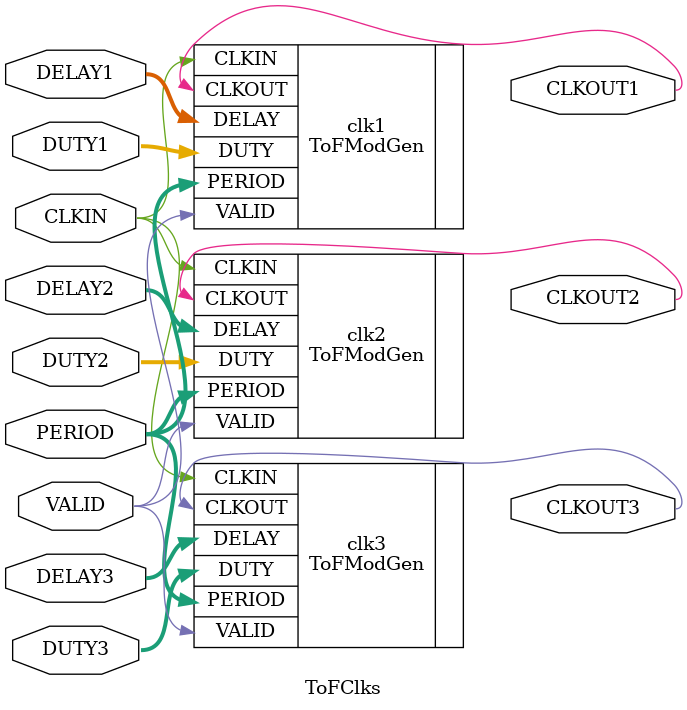
<source format=v>
`timescale 1ns / 1ps

/* 
ToFClks DUT(
	.CLKIN(clk),
	.VALID(valid),
	.PERIOD(PERIOD),
	
	.CLKOUT1(out1),		// output clock-1 with duty1 and period1
	.DUTY1(DUTY1),		// DUTY1[7:0]
	.DELAY1(DELAY1),    // DELAY[7:0]
	
	.CLKOUT2(out2),
	.DUTY2(DUTY2),
	.DELAY2(DELAY2),

	.CLKOUT3(out3),
	.DUTY3(DUTY3),
	.DELAY3(DELAY3)
);
*/
module ToFClks(
    input  wire CLKIN,
	input  wire VALID, 
	input  wire [31:0] PERIOD,
	
	output wire CLKOUT1,
	input  wire [31:0] DUTY1,
	input  wire [31:0] DELAY1,

	output wire CLKOUT2,
	input  wire [31:0] DUTY2,
	input  wire [31:0] DELAY2,

	output wire CLKOUT3,
	input  wire [31:0] DUTY3,
	input  wire [31:0] DELAY3
    );
    
    ToFModGen clk1 (
    	.CLKIN(CLKIN),
    	.VALID(VALID),
    	.PERIOD(PERIOD),
    	.CLKOUT(CLKOUT1),
    	.DUTY(DUTY1),
    	.DELAY(DELAY1)
    );
    
    ToFModGen clk2 (
    	.CLKIN(CLKIN),
    	.VALID(VALID),
    	.PERIOD(PERIOD),
    	.CLKOUT(CLKOUT2),
    	.DUTY(DUTY2),
    	.DELAY(DELAY2)
    );

    ToFModGen clk3 (
    	.CLKIN(CLKIN),
    	.VALID(VALID),
    	.PERIOD(PERIOD),
    	.CLKOUT(CLKOUT3),
    	.DUTY(DUTY3),
    	.DELAY(DELAY3)
    );
    
endmodule

</source>
